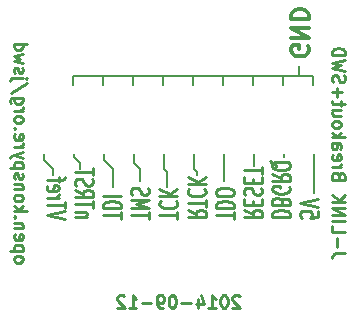
<source format=gbo>
G04 (created by PCBNEW (2013-june-11)-stable) date Fri 12 Sep 2014 11:17:40 AM PDT*
%MOIN*%
G04 Gerber Fmt 3.4, Leading zero omitted, Abs format*
%FSLAX34Y34*%
G01*
G70*
G90*
G04 APERTURE LIST*
%ADD10C,0.00590551*%
%ADD11C,0.0105*%
%ADD12C,0.00787402*%
%ADD13C,0.011811*%
%ADD14C,0.01*%
G04 APERTURE END LIST*
G54D10*
G54D11*
X80140Y-56990D02*
X80120Y-56970D01*
X80080Y-56950D01*
X79980Y-56950D01*
X79940Y-56970D01*
X79920Y-56990D01*
X79900Y-57030D01*
X79900Y-57070D01*
X79920Y-57130D01*
X80160Y-57370D01*
X79900Y-57370D01*
X79640Y-56950D02*
X79600Y-56950D01*
X79560Y-56970D01*
X79540Y-56990D01*
X79520Y-57030D01*
X79500Y-57110D01*
X79500Y-57210D01*
X79520Y-57290D01*
X79540Y-57330D01*
X79560Y-57350D01*
X79600Y-57370D01*
X79640Y-57370D01*
X79680Y-57350D01*
X79700Y-57330D01*
X79720Y-57290D01*
X79740Y-57210D01*
X79740Y-57110D01*
X79720Y-57030D01*
X79700Y-56990D01*
X79680Y-56970D01*
X79640Y-56950D01*
X79100Y-57370D02*
X79340Y-57370D01*
X79220Y-57370D02*
X79220Y-56950D01*
X79260Y-57010D01*
X79300Y-57050D01*
X79340Y-57070D01*
X78740Y-57090D02*
X78740Y-57370D01*
X78840Y-56930D02*
X78940Y-57230D01*
X78680Y-57230D01*
X78520Y-57210D02*
X78200Y-57210D01*
X77920Y-56950D02*
X77880Y-56950D01*
X77840Y-56970D01*
X77820Y-56990D01*
X77800Y-57030D01*
X77780Y-57110D01*
X77780Y-57210D01*
X77800Y-57290D01*
X77820Y-57330D01*
X77840Y-57350D01*
X77880Y-57370D01*
X77920Y-57370D01*
X77960Y-57350D01*
X77980Y-57330D01*
X78000Y-57290D01*
X78020Y-57210D01*
X78020Y-57110D01*
X78000Y-57030D01*
X77980Y-56990D01*
X77960Y-56970D01*
X77920Y-56950D01*
X77580Y-57370D02*
X77500Y-57370D01*
X77460Y-57350D01*
X77440Y-57330D01*
X77400Y-57270D01*
X77380Y-57190D01*
X77380Y-57030D01*
X77400Y-56990D01*
X77420Y-56970D01*
X77460Y-56950D01*
X77540Y-56950D01*
X77580Y-56970D01*
X77600Y-56990D01*
X77620Y-57030D01*
X77620Y-57130D01*
X77600Y-57170D01*
X77580Y-57190D01*
X77540Y-57210D01*
X77460Y-57210D01*
X77420Y-57190D01*
X77400Y-57170D01*
X77380Y-57130D01*
X77200Y-57210D02*
X76880Y-57210D01*
X76460Y-57370D02*
X76700Y-57370D01*
X76580Y-57370D02*
X76580Y-56950D01*
X76620Y-57010D01*
X76660Y-57050D01*
X76700Y-57070D01*
X76300Y-56990D02*
X76280Y-56970D01*
X76240Y-56950D01*
X76140Y-56950D01*
X76100Y-56970D01*
X76080Y-56990D01*
X76060Y-57030D01*
X76060Y-57070D01*
X76080Y-57130D01*
X76320Y-57370D01*
X76060Y-57370D01*
X83650Y-55550D02*
X83350Y-55550D01*
X83290Y-55570D01*
X83250Y-55610D01*
X83230Y-55670D01*
X83230Y-55710D01*
X83390Y-55350D02*
X83390Y-55030D01*
X83230Y-54630D02*
X83230Y-54830D01*
X83650Y-54830D01*
X83230Y-54490D02*
X83650Y-54490D01*
X83230Y-54290D02*
X83650Y-54290D01*
X83230Y-54050D01*
X83650Y-54050D01*
X83230Y-53850D02*
X83650Y-53850D01*
X83230Y-53610D02*
X83470Y-53790D01*
X83650Y-53610D02*
X83410Y-53850D01*
X83450Y-52970D02*
X83430Y-52910D01*
X83410Y-52890D01*
X83370Y-52870D01*
X83310Y-52870D01*
X83270Y-52890D01*
X83250Y-52910D01*
X83230Y-52950D01*
X83230Y-53110D01*
X83650Y-53110D01*
X83650Y-52970D01*
X83630Y-52930D01*
X83610Y-52910D01*
X83570Y-52890D01*
X83530Y-52890D01*
X83490Y-52910D01*
X83470Y-52930D01*
X83450Y-52970D01*
X83450Y-53110D01*
X83230Y-52690D02*
X83510Y-52690D01*
X83430Y-52690D02*
X83470Y-52670D01*
X83490Y-52650D01*
X83510Y-52610D01*
X83510Y-52570D01*
X83250Y-52270D02*
X83230Y-52310D01*
X83230Y-52390D01*
X83250Y-52430D01*
X83290Y-52450D01*
X83450Y-52450D01*
X83490Y-52430D01*
X83510Y-52390D01*
X83510Y-52310D01*
X83490Y-52270D01*
X83450Y-52250D01*
X83410Y-52250D01*
X83370Y-52450D01*
X83230Y-51890D02*
X83450Y-51890D01*
X83490Y-51910D01*
X83510Y-51950D01*
X83510Y-52030D01*
X83490Y-52070D01*
X83250Y-51890D02*
X83230Y-51930D01*
X83230Y-52030D01*
X83250Y-52070D01*
X83290Y-52090D01*
X83330Y-52090D01*
X83370Y-52070D01*
X83390Y-52030D01*
X83390Y-51930D01*
X83410Y-51890D01*
X83230Y-51690D02*
X83650Y-51690D01*
X83390Y-51650D02*
X83230Y-51530D01*
X83510Y-51530D02*
X83350Y-51690D01*
X83230Y-51290D02*
X83250Y-51330D01*
X83270Y-51350D01*
X83310Y-51370D01*
X83430Y-51370D01*
X83470Y-51350D01*
X83490Y-51330D01*
X83510Y-51290D01*
X83510Y-51230D01*
X83490Y-51190D01*
X83470Y-51170D01*
X83430Y-51150D01*
X83310Y-51150D01*
X83270Y-51170D01*
X83250Y-51190D01*
X83230Y-51230D01*
X83230Y-51290D01*
X83510Y-50790D02*
X83230Y-50790D01*
X83510Y-50970D02*
X83290Y-50970D01*
X83250Y-50950D01*
X83230Y-50910D01*
X83230Y-50850D01*
X83250Y-50810D01*
X83270Y-50790D01*
X83510Y-50650D02*
X83510Y-50490D01*
X83650Y-50590D02*
X83290Y-50590D01*
X83250Y-50570D01*
X83230Y-50530D01*
X83230Y-50490D01*
X83390Y-50350D02*
X83390Y-50030D01*
X83230Y-50190D02*
X83550Y-50190D01*
X83250Y-49850D02*
X83230Y-49790D01*
X83230Y-49690D01*
X83250Y-49650D01*
X83270Y-49630D01*
X83310Y-49610D01*
X83350Y-49610D01*
X83390Y-49630D01*
X83410Y-49650D01*
X83430Y-49690D01*
X83450Y-49770D01*
X83470Y-49810D01*
X83490Y-49830D01*
X83530Y-49850D01*
X83570Y-49850D01*
X83610Y-49830D01*
X83630Y-49810D01*
X83650Y-49770D01*
X83650Y-49670D01*
X83630Y-49610D01*
X83650Y-49470D02*
X83230Y-49370D01*
X83530Y-49290D01*
X83230Y-49210D01*
X83650Y-49110D01*
X83230Y-48950D02*
X83650Y-48950D01*
X83650Y-48850D01*
X83630Y-48790D01*
X83590Y-48750D01*
X83550Y-48730D01*
X83470Y-48710D01*
X83410Y-48710D01*
X83330Y-48730D01*
X83290Y-48750D01*
X83250Y-48790D01*
X83230Y-48850D01*
X83230Y-48950D01*
G54D12*
X82125Y-49625D02*
X82125Y-49300D01*
X78712Y-52837D02*
X78712Y-52937D01*
X80612Y-52637D02*
X80612Y-52237D01*
X81612Y-52337D02*
X81612Y-52237D01*
X74600Y-49925D02*
X74600Y-49625D01*
X74600Y-49625D02*
X74600Y-49925D01*
X75600Y-49625D02*
X74600Y-49625D01*
X75600Y-49925D02*
X75600Y-49625D01*
X75600Y-49625D02*
X75600Y-49925D01*
X76600Y-49625D02*
X75600Y-49625D01*
X76600Y-49925D02*
X76600Y-49625D01*
X76600Y-49625D02*
X76600Y-49925D01*
X77600Y-49625D02*
X76600Y-49625D01*
X77600Y-49925D02*
X77600Y-49625D01*
X77600Y-49625D02*
X77600Y-49925D01*
X78600Y-49625D02*
X77600Y-49625D01*
X78600Y-49925D02*
X78600Y-49625D01*
X78600Y-49625D02*
X78600Y-49925D01*
X79600Y-49625D02*
X78600Y-49625D01*
X79600Y-49625D02*
X79600Y-49925D01*
X80600Y-49625D02*
X79600Y-49625D01*
X80600Y-49925D02*
X80600Y-49625D01*
X80600Y-49625D02*
X80600Y-49925D01*
X81600Y-49625D02*
X80600Y-49625D01*
X81600Y-49925D02*
X81600Y-49625D01*
X81600Y-49625D02*
X81600Y-49925D01*
X82600Y-49625D02*
X81600Y-49625D01*
X82600Y-49925D02*
X82600Y-49625D01*
G54D11*
X72630Y-55780D02*
X72650Y-55820D01*
X72670Y-55840D01*
X72710Y-55860D01*
X72830Y-55860D01*
X72870Y-55840D01*
X72890Y-55820D01*
X72910Y-55780D01*
X72910Y-55720D01*
X72890Y-55680D01*
X72870Y-55660D01*
X72830Y-55640D01*
X72710Y-55640D01*
X72670Y-55660D01*
X72650Y-55680D01*
X72630Y-55720D01*
X72630Y-55780D01*
X72910Y-55460D02*
X72490Y-55460D01*
X72890Y-55460D02*
X72910Y-55420D01*
X72910Y-55340D01*
X72890Y-55300D01*
X72870Y-55280D01*
X72830Y-55260D01*
X72710Y-55260D01*
X72670Y-55280D01*
X72650Y-55300D01*
X72630Y-55340D01*
X72630Y-55420D01*
X72650Y-55460D01*
X72650Y-54920D02*
X72630Y-54960D01*
X72630Y-55040D01*
X72650Y-55080D01*
X72690Y-55100D01*
X72850Y-55100D01*
X72890Y-55080D01*
X72910Y-55040D01*
X72910Y-54960D01*
X72890Y-54920D01*
X72850Y-54900D01*
X72810Y-54900D01*
X72770Y-55100D01*
X72910Y-54720D02*
X72630Y-54720D01*
X72870Y-54720D02*
X72890Y-54700D01*
X72910Y-54660D01*
X72910Y-54600D01*
X72890Y-54560D01*
X72850Y-54540D01*
X72630Y-54540D01*
X72670Y-54340D02*
X72650Y-54320D01*
X72630Y-54340D01*
X72650Y-54360D01*
X72670Y-54340D01*
X72630Y-54340D01*
X72630Y-54140D02*
X73050Y-54140D01*
X72790Y-54100D02*
X72630Y-53980D01*
X72910Y-53980D02*
X72750Y-54140D01*
X72630Y-53740D02*
X72650Y-53780D01*
X72670Y-53800D01*
X72710Y-53820D01*
X72830Y-53820D01*
X72870Y-53800D01*
X72890Y-53780D01*
X72910Y-53740D01*
X72910Y-53680D01*
X72890Y-53640D01*
X72870Y-53620D01*
X72830Y-53600D01*
X72710Y-53600D01*
X72670Y-53620D01*
X72650Y-53640D01*
X72630Y-53680D01*
X72630Y-53740D01*
X72910Y-53420D02*
X72630Y-53420D01*
X72870Y-53420D02*
X72890Y-53400D01*
X72910Y-53360D01*
X72910Y-53300D01*
X72890Y-53260D01*
X72850Y-53240D01*
X72630Y-53240D01*
X72650Y-53060D02*
X72630Y-53020D01*
X72630Y-52940D01*
X72650Y-52900D01*
X72690Y-52880D01*
X72710Y-52880D01*
X72750Y-52900D01*
X72770Y-52940D01*
X72770Y-53000D01*
X72790Y-53040D01*
X72830Y-53060D01*
X72850Y-53060D01*
X72890Y-53040D01*
X72910Y-53000D01*
X72910Y-52940D01*
X72890Y-52900D01*
X72910Y-52700D02*
X72490Y-52700D01*
X72890Y-52700D02*
X72910Y-52660D01*
X72910Y-52580D01*
X72890Y-52540D01*
X72870Y-52520D01*
X72830Y-52500D01*
X72710Y-52500D01*
X72670Y-52520D01*
X72650Y-52540D01*
X72630Y-52580D01*
X72630Y-52660D01*
X72650Y-52700D01*
X72910Y-52360D02*
X72630Y-52260D01*
X72910Y-52160D02*
X72630Y-52260D01*
X72530Y-52300D01*
X72510Y-52320D01*
X72490Y-52360D01*
X72630Y-52000D02*
X72910Y-52000D01*
X72830Y-52000D02*
X72870Y-51980D01*
X72890Y-51960D01*
X72910Y-51920D01*
X72910Y-51880D01*
X72650Y-51580D02*
X72630Y-51620D01*
X72630Y-51700D01*
X72650Y-51740D01*
X72690Y-51760D01*
X72850Y-51760D01*
X72890Y-51740D01*
X72910Y-51700D01*
X72910Y-51620D01*
X72890Y-51580D01*
X72850Y-51560D01*
X72810Y-51560D01*
X72770Y-51760D01*
X72670Y-51380D02*
X72650Y-51360D01*
X72630Y-51380D01*
X72650Y-51400D01*
X72670Y-51380D01*
X72630Y-51380D01*
X72630Y-51120D02*
X72650Y-51160D01*
X72670Y-51180D01*
X72710Y-51200D01*
X72830Y-51200D01*
X72870Y-51180D01*
X72890Y-51160D01*
X72910Y-51120D01*
X72910Y-51060D01*
X72890Y-51020D01*
X72870Y-51000D01*
X72830Y-50980D01*
X72710Y-50980D01*
X72670Y-51000D01*
X72650Y-51020D01*
X72630Y-51060D01*
X72630Y-51120D01*
X72630Y-50800D02*
X72910Y-50800D01*
X72830Y-50800D02*
X72870Y-50780D01*
X72890Y-50760D01*
X72910Y-50720D01*
X72910Y-50680D01*
X72910Y-50360D02*
X72570Y-50360D01*
X72530Y-50380D01*
X72510Y-50400D01*
X72490Y-50440D01*
X72490Y-50500D01*
X72510Y-50540D01*
X72650Y-50360D02*
X72630Y-50400D01*
X72630Y-50480D01*
X72650Y-50520D01*
X72670Y-50540D01*
X72710Y-50560D01*
X72830Y-50560D01*
X72870Y-50540D01*
X72890Y-50520D01*
X72910Y-50480D01*
X72910Y-50400D01*
X72890Y-50360D01*
X73070Y-49860D02*
X72530Y-50220D01*
X72910Y-49720D02*
X72550Y-49720D01*
X72510Y-49740D01*
X72490Y-49780D01*
X72490Y-49800D01*
X73050Y-49720D02*
X73030Y-49740D01*
X73010Y-49720D01*
X73030Y-49700D01*
X73050Y-49720D01*
X73010Y-49720D01*
X72650Y-49540D02*
X72630Y-49500D01*
X72630Y-49420D01*
X72650Y-49380D01*
X72690Y-49360D01*
X72710Y-49360D01*
X72750Y-49380D01*
X72770Y-49420D01*
X72770Y-49480D01*
X72790Y-49520D01*
X72830Y-49540D01*
X72850Y-49540D01*
X72890Y-49520D01*
X72910Y-49480D01*
X72910Y-49420D01*
X72890Y-49380D01*
X72910Y-49220D02*
X72630Y-49140D01*
X72830Y-49060D01*
X72630Y-48980D01*
X72910Y-48900D01*
X72630Y-48560D02*
X73050Y-48560D01*
X72650Y-48560D02*
X72630Y-48600D01*
X72630Y-48680D01*
X72650Y-48720D01*
X72670Y-48740D01*
X72710Y-48760D01*
X72830Y-48760D01*
X72870Y-48740D01*
X72890Y-48720D01*
X72910Y-48680D01*
X72910Y-48600D01*
X72890Y-48560D01*
G54D13*
X82423Y-48649D02*
X82451Y-48706D01*
X82451Y-48790D01*
X82423Y-48874D01*
X82367Y-48931D01*
X82310Y-48959D01*
X82198Y-48987D01*
X82114Y-48987D01*
X82001Y-48959D01*
X81945Y-48931D01*
X81889Y-48874D01*
X81860Y-48790D01*
X81860Y-48734D01*
X81889Y-48649D01*
X81917Y-48621D01*
X82114Y-48621D01*
X82114Y-48734D01*
X81860Y-48368D02*
X82451Y-48368D01*
X81860Y-48031D01*
X82451Y-48031D01*
X81860Y-47750D02*
X82451Y-47750D01*
X82451Y-47609D01*
X82423Y-47525D01*
X82367Y-47468D01*
X82310Y-47440D01*
X82198Y-47412D01*
X82114Y-47412D01*
X82001Y-47440D01*
X81945Y-47468D01*
X81889Y-47525D01*
X81860Y-47609D01*
X81860Y-47750D01*
G54D12*
X77712Y-53137D02*
X77712Y-53337D01*
X82612Y-52337D02*
X82612Y-52237D01*
X73612Y-52337D02*
X73612Y-52237D01*
X73912Y-52737D02*
X73912Y-52937D01*
X74812Y-52537D02*
X74812Y-52737D01*
X74612Y-52337D02*
X74612Y-52237D01*
X75612Y-52337D02*
X75612Y-52237D01*
X76612Y-52337D02*
X76612Y-52237D01*
X77612Y-52337D02*
X77612Y-52237D01*
X78612Y-52337D02*
X78612Y-52237D01*
X79612Y-52337D02*
X79612Y-52237D01*
X79612Y-53137D02*
X79612Y-52337D01*
X78612Y-52737D02*
X78612Y-52337D01*
X78712Y-52837D02*
X78612Y-52737D01*
X77712Y-52837D02*
X77712Y-53137D01*
X77612Y-52737D02*
X77712Y-52837D01*
X77612Y-52337D02*
X77612Y-52737D01*
X76612Y-52537D02*
X76612Y-52337D01*
X76812Y-52737D02*
X76612Y-52537D01*
X76812Y-53137D02*
X76812Y-52737D01*
X75612Y-52437D02*
X75612Y-52337D01*
X75912Y-52737D02*
X75612Y-52437D01*
X75912Y-53337D02*
X75912Y-52737D01*
X74812Y-52537D02*
X74612Y-52337D01*
X73612Y-52437D02*
X73612Y-52337D01*
X73912Y-52737D02*
X73612Y-52437D01*
X82612Y-53537D02*
X82612Y-52337D01*
G54D14*
X82769Y-54151D02*
X82769Y-54342D01*
X82483Y-54361D01*
X82512Y-54342D01*
X82541Y-54304D01*
X82541Y-54208D01*
X82512Y-54170D01*
X82483Y-54151D01*
X82426Y-54132D01*
X82283Y-54132D01*
X82226Y-54151D01*
X82198Y-54170D01*
X82169Y-54208D01*
X82169Y-54304D01*
X82198Y-54342D01*
X82226Y-54361D01*
X82769Y-54018D02*
X82169Y-53885D01*
X82769Y-53751D01*
X81229Y-54342D02*
X81829Y-54342D01*
X81829Y-54247D01*
X81801Y-54189D01*
X81743Y-54151D01*
X81686Y-54132D01*
X81572Y-54113D01*
X81486Y-54113D01*
X81372Y-54132D01*
X81315Y-54151D01*
X81258Y-54189D01*
X81229Y-54247D01*
X81229Y-54342D01*
X81543Y-53808D02*
X81515Y-53751D01*
X81486Y-53732D01*
X81429Y-53713D01*
X81343Y-53713D01*
X81286Y-53732D01*
X81258Y-53751D01*
X81229Y-53789D01*
X81229Y-53942D01*
X81829Y-53942D01*
X81829Y-53808D01*
X81801Y-53770D01*
X81772Y-53751D01*
X81715Y-53732D01*
X81658Y-53732D01*
X81601Y-53751D01*
X81572Y-53770D01*
X81543Y-53808D01*
X81543Y-53942D01*
X81801Y-53332D02*
X81829Y-53370D01*
X81829Y-53427D01*
X81801Y-53485D01*
X81743Y-53523D01*
X81686Y-53542D01*
X81572Y-53561D01*
X81486Y-53561D01*
X81372Y-53542D01*
X81315Y-53523D01*
X81258Y-53485D01*
X81229Y-53427D01*
X81229Y-53389D01*
X81258Y-53332D01*
X81286Y-53313D01*
X81486Y-53313D01*
X81486Y-53389D01*
X81229Y-52913D02*
X81515Y-53047D01*
X81229Y-53142D02*
X81829Y-53142D01*
X81829Y-52989D01*
X81801Y-52951D01*
X81772Y-52932D01*
X81715Y-52913D01*
X81629Y-52913D01*
X81572Y-52932D01*
X81543Y-52951D01*
X81515Y-52989D01*
X81515Y-53142D01*
X81172Y-52475D02*
X81201Y-52513D01*
X81258Y-52551D01*
X81343Y-52608D01*
X81372Y-52647D01*
X81372Y-52685D01*
X81229Y-52666D02*
X81258Y-52704D01*
X81315Y-52742D01*
X81429Y-52761D01*
X81629Y-52761D01*
X81743Y-52742D01*
X81801Y-52704D01*
X81829Y-52666D01*
X81829Y-52589D01*
X81801Y-52551D01*
X81743Y-52513D01*
X81629Y-52494D01*
X81429Y-52494D01*
X81315Y-52513D01*
X81258Y-52551D01*
X81229Y-52589D01*
X81229Y-52666D01*
X80289Y-54113D02*
X80575Y-54247D01*
X80289Y-54342D02*
X80889Y-54342D01*
X80889Y-54189D01*
X80861Y-54151D01*
X80832Y-54132D01*
X80775Y-54113D01*
X80689Y-54113D01*
X80632Y-54132D01*
X80603Y-54151D01*
X80575Y-54189D01*
X80575Y-54342D01*
X80603Y-53942D02*
X80603Y-53808D01*
X80289Y-53751D02*
X80289Y-53942D01*
X80889Y-53942D01*
X80889Y-53751D01*
X80318Y-53599D02*
X80289Y-53542D01*
X80289Y-53447D01*
X80318Y-53408D01*
X80346Y-53389D01*
X80403Y-53370D01*
X80461Y-53370D01*
X80518Y-53389D01*
X80546Y-53408D01*
X80575Y-53447D01*
X80603Y-53523D01*
X80632Y-53561D01*
X80661Y-53580D01*
X80718Y-53599D01*
X80775Y-53599D01*
X80832Y-53580D01*
X80861Y-53561D01*
X80889Y-53523D01*
X80889Y-53427D01*
X80861Y-53370D01*
X80603Y-53199D02*
X80603Y-53066D01*
X80289Y-53008D02*
X80289Y-53199D01*
X80889Y-53199D01*
X80889Y-53008D01*
X80889Y-52894D02*
X80889Y-52666D01*
X80289Y-52780D02*
X80889Y-52780D01*
X79949Y-54399D02*
X79949Y-54170D01*
X79349Y-54285D02*
X79949Y-54285D01*
X79349Y-54037D02*
X79949Y-54037D01*
X79949Y-53942D01*
X79921Y-53885D01*
X79863Y-53847D01*
X79806Y-53827D01*
X79692Y-53808D01*
X79606Y-53808D01*
X79492Y-53827D01*
X79435Y-53847D01*
X79378Y-53885D01*
X79349Y-53942D01*
X79349Y-54037D01*
X79949Y-53561D02*
X79949Y-53485D01*
X79921Y-53447D01*
X79863Y-53408D01*
X79749Y-53389D01*
X79549Y-53389D01*
X79435Y-53408D01*
X79378Y-53447D01*
X79349Y-53485D01*
X79349Y-53561D01*
X79378Y-53599D01*
X79435Y-53637D01*
X79549Y-53656D01*
X79749Y-53656D01*
X79863Y-53637D01*
X79921Y-53599D01*
X79949Y-53561D01*
X78409Y-54113D02*
X78695Y-54247D01*
X78409Y-54342D02*
X79009Y-54342D01*
X79009Y-54189D01*
X78981Y-54151D01*
X78952Y-54132D01*
X78895Y-54113D01*
X78809Y-54113D01*
X78752Y-54132D01*
X78723Y-54151D01*
X78695Y-54189D01*
X78695Y-54342D01*
X79009Y-53999D02*
X79009Y-53770D01*
X78409Y-53885D02*
X79009Y-53885D01*
X78466Y-53408D02*
X78438Y-53427D01*
X78409Y-53485D01*
X78409Y-53523D01*
X78438Y-53580D01*
X78495Y-53618D01*
X78552Y-53637D01*
X78666Y-53656D01*
X78752Y-53656D01*
X78866Y-53637D01*
X78923Y-53618D01*
X78981Y-53580D01*
X79009Y-53523D01*
X79009Y-53485D01*
X78981Y-53427D01*
X78952Y-53408D01*
X78409Y-53237D02*
X79009Y-53237D01*
X78409Y-53008D02*
X78752Y-53180D01*
X79009Y-53008D02*
X78666Y-53237D01*
X78069Y-54399D02*
X78069Y-54170D01*
X77469Y-54285D02*
X78069Y-54285D01*
X77526Y-53808D02*
X77498Y-53827D01*
X77469Y-53885D01*
X77469Y-53923D01*
X77498Y-53980D01*
X77555Y-54018D01*
X77612Y-54037D01*
X77726Y-54056D01*
X77812Y-54056D01*
X77926Y-54037D01*
X77983Y-54018D01*
X78041Y-53980D01*
X78069Y-53923D01*
X78069Y-53885D01*
X78041Y-53827D01*
X78012Y-53808D01*
X77469Y-53637D02*
X78069Y-53637D01*
X77469Y-53408D02*
X77812Y-53580D01*
X78069Y-53408D02*
X77726Y-53637D01*
X77129Y-54399D02*
X77129Y-54170D01*
X76529Y-54285D02*
X77129Y-54285D01*
X76529Y-54037D02*
X77129Y-54037D01*
X76701Y-53904D01*
X77129Y-53770D01*
X76529Y-53770D01*
X76558Y-53599D02*
X76529Y-53542D01*
X76529Y-53447D01*
X76558Y-53408D01*
X76586Y-53389D01*
X76643Y-53370D01*
X76701Y-53370D01*
X76758Y-53389D01*
X76786Y-53408D01*
X76815Y-53447D01*
X76843Y-53523D01*
X76872Y-53561D01*
X76901Y-53580D01*
X76958Y-53599D01*
X77015Y-53599D01*
X77072Y-53580D01*
X77101Y-53561D01*
X77129Y-53523D01*
X77129Y-53427D01*
X77101Y-53370D01*
X76189Y-54399D02*
X76189Y-54170D01*
X75589Y-54285D02*
X76189Y-54285D01*
X75589Y-54037D02*
X76189Y-54037D01*
X76189Y-53942D01*
X76161Y-53885D01*
X76103Y-53847D01*
X76046Y-53827D01*
X75932Y-53808D01*
X75846Y-53808D01*
X75732Y-53827D01*
X75675Y-53847D01*
X75618Y-53885D01*
X75589Y-53942D01*
X75589Y-54037D01*
X75589Y-53637D02*
X76189Y-53637D01*
X75049Y-54342D02*
X74649Y-54342D01*
X74992Y-54342D02*
X75021Y-54323D01*
X75049Y-54285D01*
X75049Y-54227D01*
X75021Y-54189D01*
X74963Y-54170D01*
X74649Y-54170D01*
X75249Y-54037D02*
X75249Y-53808D01*
X74649Y-53923D02*
X75249Y-53923D01*
X74649Y-53447D02*
X74935Y-53580D01*
X74649Y-53675D02*
X75249Y-53675D01*
X75249Y-53523D01*
X75221Y-53485D01*
X75192Y-53466D01*
X75135Y-53447D01*
X75049Y-53447D01*
X74992Y-53466D01*
X74963Y-53485D01*
X74935Y-53523D01*
X74935Y-53675D01*
X74678Y-53294D02*
X74649Y-53237D01*
X74649Y-53142D01*
X74678Y-53104D01*
X74706Y-53085D01*
X74763Y-53066D01*
X74821Y-53066D01*
X74878Y-53085D01*
X74906Y-53104D01*
X74935Y-53142D01*
X74963Y-53218D01*
X74992Y-53256D01*
X75021Y-53275D01*
X75078Y-53294D01*
X75135Y-53294D01*
X75192Y-53275D01*
X75221Y-53256D01*
X75249Y-53218D01*
X75249Y-53123D01*
X75221Y-53066D01*
X75249Y-52951D02*
X75249Y-52723D01*
X74649Y-52837D02*
X75249Y-52837D01*
X74309Y-54399D02*
X73709Y-54266D01*
X74309Y-54132D01*
X74309Y-54056D02*
X74309Y-53827D01*
X73709Y-53942D02*
X74309Y-53942D01*
X73709Y-53694D02*
X74109Y-53694D01*
X73995Y-53694D02*
X74052Y-53675D01*
X74081Y-53656D01*
X74109Y-53618D01*
X74109Y-53580D01*
X73738Y-53294D02*
X73709Y-53332D01*
X73709Y-53408D01*
X73738Y-53447D01*
X73795Y-53466D01*
X74023Y-53466D01*
X74081Y-53447D01*
X74109Y-53408D01*
X74109Y-53332D01*
X74081Y-53294D01*
X74023Y-53275D01*
X73966Y-53275D01*
X73909Y-53466D01*
X74109Y-53161D02*
X74109Y-53008D01*
X73709Y-53104D02*
X74223Y-53104D01*
X74281Y-53085D01*
X74309Y-53047D01*
X74309Y-53008D01*
M02*

</source>
